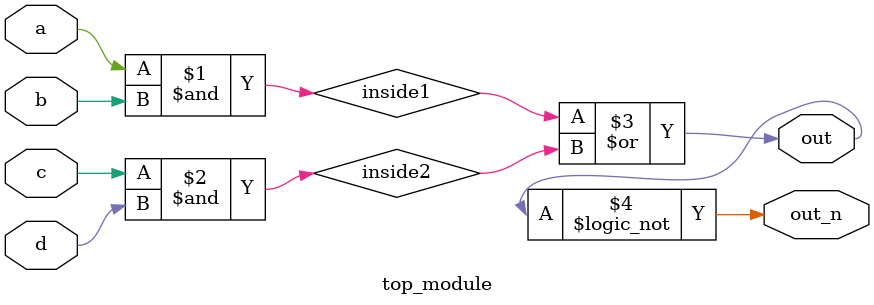
<source format=v>
`default_nettype none
module top_module(
    input a,
    input b,
    input c,
    input d,
    output out,
    output out_n   ); 
wire inside1,inside2;
    
assign inside1 = a&b;
    
assign inside2 = c&d; 
    
assign out = inside1|inside2;
    
    assign out_n = !(out);
endmodule


</source>
